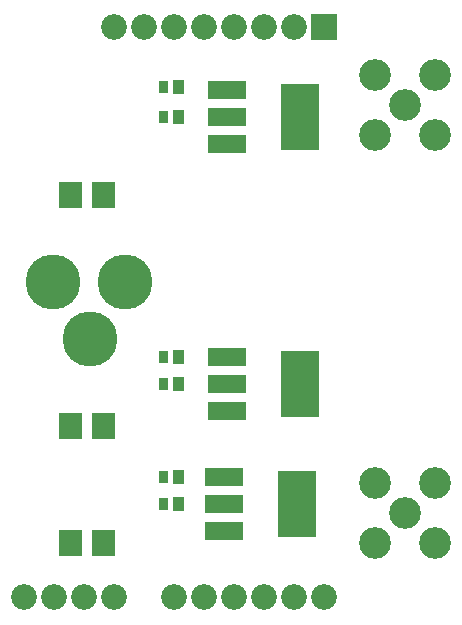
<source format=gbr>
G04 start of page 7 for group -4062 idx -4062 *
G04 Title: (unknown), soldermask *
G04 Creator: pcb 1.99z *
G04 CreationDate: Sun 31 May 2020 07:54:01 PM GMT UTC *
G04 For: mark *
G04 Format: Gerber/RS-274X *
G04 PCB-Dimensions (mil): 2200.00 2300.00 *
G04 PCB-Coordinate-Origin: lower left *
%MOIN*%
%FSLAX25Y25*%
%LNBOTTOMMASK*%
%ADD73R,0.0355X0.0355*%
%ADD72R,0.0295X0.0295*%
%ADD71R,0.0750X0.0750*%
%ADD70R,0.0620X0.0620*%
%ADD69R,0.1280X0.1280*%
%ADD68C,0.1832*%
%ADD67C,0.0001*%
%ADD66C,0.1060*%
%ADD65C,0.0860*%
G54D65*X156000Y22000D03*
X146000D03*
X136000D03*
X126000D03*
X116000D03*
X106000D03*
X86000D03*
X76000D03*
X66000D03*
X56000D03*
G54D66*X183000Y50000D03*
X173000Y60000D03*
Y40000D03*
X193000Y60000D03*
Y40000D03*
G54D67*G36*
X151700Y216300D02*Y207700D01*
X160300D01*
Y216300D01*
X151700D01*
G37*
G54D65*X146000Y212000D03*
X136000D03*
X126000D03*
X116000D03*
X96000D03*
X86000D03*
G54D68*X65795Y127000D03*
X78000Y108102D03*
X89811Y127000D03*
G54D65*X106000Y212000D03*
G54D66*X183000Y186000D03*
X173000Y196000D03*
X193000D03*
X173000Y176000D03*
X193000D03*
G54D69*X148000Y97500D02*Y88500D01*
G54D70*X120300Y84000D02*X126900D01*
X120300Y93000D02*X126900D01*
X120300Y102100D02*X126900D01*
G54D71*X82500Y79600D02*Y78400D01*
X71500Y79600D02*Y78400D01*
G54D70*X119300Y44000D02*X125900D01*
X119300Y53000D02*X125900D01*
X119300Y62100D02*X125900D01*
G54D72*X102441Y53492D02*Y52508D01*
G54D73*X107559Y53492D02*Y52508D01*
G54D72*X102441Y62492D02*Y61508D01*
G54D73*X107559Y62492D02*Y61508D01*
G54D71*X82500Y40600D02*Y39400D01*
X71500Y40600D02*Y39400D01*
G54D69*X147000Y57500D02*Y48500D01*
G54D73*X107559Y93492D02*Y92508D01*
Y102492D02*Y101508D01*
G54D72*X102441Y182492D02*Y181508D01*
G54D73*X107559Y182492D02*Y181508D01*
G54D72*X102441Y192492D02*Y191508D01*
G54D73*X107559Y192492D02*Y191508D01*
G54D70*X120300Y173000D02*X126900D01*
X120300Y182000D02*X126900D01*
X120300Y191100D02*X126900D01*
G54D69*X148000Y186500D02*Y177500D01*
G54D72*X102441Y93492D02*Y92508D01*
Y102492D02*Y101508D01*
G54D71*X82500Y156600D02*Y155400D01*
X71500Y156600D02*Y155400D01*
M02*

</source>
